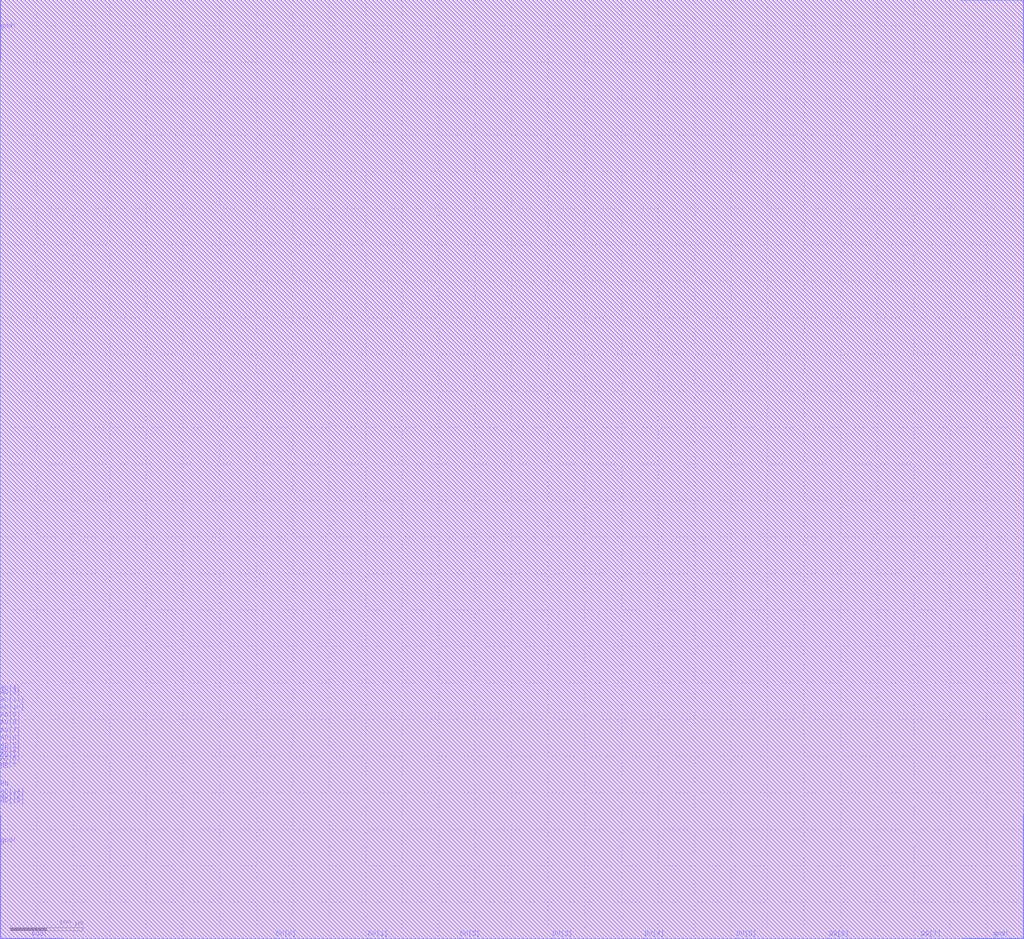
<source format=lef>
   ###             FPR to LEF file converter 
   ### (C) 1999 by Austria Mikro Systeme International AG 
   ###   creation date: Thu Nov  8 13:53:53 MET 2007
   ###               instance: dirom32768x8 


      MACRO dirom32768x8 
      CLASS BLOCK ; 
      FOREIGN dirom32768x8 0 0 ; 
      ORIGIN 0 0 ; 
      SIZE 1400.450 BY 1285.400 ; 
      SYMMETRY x y r90 ; 
      SITE blockSite ; 
      PIN AD[12] 
         DIRECTION INPUT ; 
         PORT 
         LAYER MET2 ;
         RECT 0 188.050 0.500 188.550 ;
         END 
      END AD[12] 
      PIN DO[5] 
         DIRECTION OUTPUT TRISTATE ; 
         PORT 
         LAYER MET3 ;
         RECT 1006.200 0 1008.200 0.500 ;
         END 
      END DO[5] 
      PIN AD[13] 
         DIRECTION INPUT ; 
         PORT 
         LAYER MET2 ;
         RECT 0 181.650 0.500 182.150 ;
         END 
      END AD[13] 
      PIN DO[6] 
         DIRECTION OUTPUT TRISTATE ; 
         PORT 
         LAYER MET3 ;
         RECT 1132.300 0 1134.300 0.500 ;
         END 
      END DO[6] 
      PIN AD[14] 
         DIRECTION INPUT ; 
         PORT 
         LAYER MET2 ;
         RECT 0 194.450 0.500 194.950 ;
         END 
      END AD[14] 
      PIN DO[7] 
         DIRECTION OUTPUT TRISTATE ; 
         PORT 
         LAYER MET3 ;
         RECT 1258.400 0 1260.400 0.500 ;
         END 
      END DO[7] 
      PIN NRST 
         DIRECTION INPUT ; 
         PORT 
         LAYER MET2 ;
         RECT 0 230.550 0.500 231.050 ;
         END 
      END NRST 
      PIN AD[0] 
         DIRECTION INPUT ; 
         PORT 
         LAYER MET2 ;
         RECT 0 239.200 0.500 239.700 ;
         END 
      END AD[0] 
      PIN AD[1] 
         DIRECTION INPUT ; 
         PORT 
         LAYER MET2 ;
         RECT 0 245.400 0.500 245.900 ;
         END 
      END AD[1] 
      PIN AD[2] 
         DIRECTION INPUT ; 
         PORT 
         LAYER MET2 ;
         RECT 0 251.600 0.500 252.100 ;
         END 
      END AD[2] 
      PIN AD[3] 
         DIRECTION INPUT ; 
         PORT 
         LAYER MET2 ;
         RECT 0 330.250 0.500 330.750 ;
         END 
      END AD[3] 
      PIN AD[4] 
         DIRECTION INPUT ; 
         PORT 
         LAYER MET2 ;
         RECT 0 336.450 0.500 336.950 ;
         END 
      END AD[4] 
      PIN AD[5] 
         DIRECTION INPUT ; 
         PORT 
         LAYER MET2 ;
         RECT 0 257.800 0.500 258.300 ;
         END 
      END AD[5] 
      PIN EN 
         DIRECTION INPUT ; 
         PORT 
         LAYER MET2 ;
         RECT 0 204.750 0.500 205.250 ;
         END 
      END EN 
      PIN AD[6] 
         DIRECTION INPUT ; 
         PORT 
         LAYER MET2 ;
         RECT 0 268.150 0.500 268.650 ;
         END 
      END AD[6] 
      PIN AD[7] 
         DIRECTION INPUT ; 
         PORT 
         LAYER MET2 ;
         RECT 0 278.500 0.500 279.000 ;
         END 
      END AD[7] 
      PIN AD[8] 
         DIRECTION INPUT ; 
         PORT 
         LAYER MET2 ;
         RECT 0 288.850 0.500 289.350 ;
         END 
      END AD[8] 
      PIN CS 
         DIRECTION INPUT ; 
         PORT 
         LAYER MET2 ;
         RECT 0 229.450 0.500 229.950 ;
         END 
      END CS 
      PIN AD[9] 
         DIRECTION INPUT ; 
         PORT 
         LAYER MET2 ;
         RECT 0 299.200 0.500 299.700 ;
         END 
      END AD[9] 
      PIN DO[0] 
         DIRECTION OUTPUT TRISTATE ; 
         PORT 
         LAYER MET3 ;
         RECT 375.700 0 377.700 0.500 ;
         END 
      END DO[0] 
      PIN DO[1] 
         DIRECTION OUTPUT TRISTATE ; 
         PORT 
         LAYER MET3 ;
         RECT 501.800 0 503.800 0.500 ;
         END 
      END DO[1] 
      PIN DO[2] 
         DIRECTION OUTPUT TRISTATE ; 
         PORT 
         LAYER MET3 ;
         RECT 627.900 0 629.900 0.500 ;
         END 
      END DO[2] 
      PIN DO[3] 
         DIRECTION OUTPUT TRISTATE ; 
         PORT 
         LAYER MET3 ;
         RECT 754.000 0 756.000 0.500 ;
         END 
      END DO[3] 
      PIN AD[10] 
         DIRECTION INPUT ; 
         PORT 
         LAYER MET2 ;
         RECT 0 309.550 0.500 310.050 ;
         END 
      END AD[10] 
      PIN DO[4] 
         DIRECTION OUTPUT TRISTATE ; 
         PORT 
         LAYER MET3 ;
         RECT 880.100 0 882.100 0.500 ;
         END 
      END DO[4] 
      PIN AD[11] 
         DIRECTION INPUT ; 
         PORT 
         LAYER MET2 ;
         RECT 0 319.900 0.500 320.400 ;
         END 
      END AD[11] 
      PIN gnd! 
      DIRECTION INOUT ;
      USE ground ;
         PORT 
         LAYER MET2 ;
         RECT 0 85.800 0.500 169.800 ;
         END 
         PORT 
         LAYER MET2 ;
         RECT 0 1200.800 0.500 1284.800 ;
         END 
         PORT 
         LAYER MET2 ;
         RECT 1399.950 85.800 1400.450 169.800 ;
         LAYER MET3 ;
         RECT 1399.85 0.00 1315.85 0.50 ;
         END 
         PORT 
         LAYER MET2 ;
         RECT 1399.950 1200.800 1400.450 1284.800 ;
         LAYER MET3 ;
         RECT 1399.85 1285.40 1315.85 1284.90 ;
         END 
      END gnd! 
      PIN vdd! 
      DIRECTION INOUT ;
      USE power ;
         PORT 
         LAYER MET2 ;
         RECT 0 0.600 0.500 84.600 ;
         LAYER MET2 ;
         RECT 0.60 0.00 84.60 0.50 ;
         END 
         PORT 
         LAYER MET2 ;
         RECT 1399.950 0.600 1400.450 84.600 ;
         END 
      END vdd! 
      OBS 
         LAYER MET1 ; 
         RECT 0 0 1400.450 1285.400 ; 
         LAYER MET2 ; 
         RECT 0 0 1400.450 1285.400 ; 
         LAYER MET3 ; 
         RECT 0 0 1400.450 1285.400 ; 
      END 

   END dirom32768x8

   END LIBRARY

</source>
